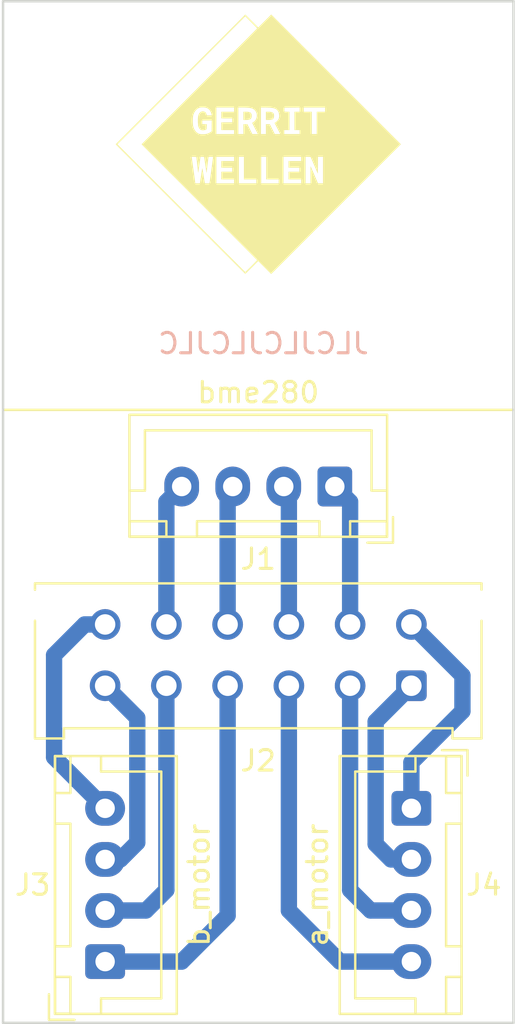
<source format=kicad_pcb>
(kicad_pcb (version 20171130) (host pcbnew "(5.1.9)-1")

  (general
    (thickness 1.6)
    (drawings 7)
    (tracks 36)
    (zones 0)
    (modules 7)
    (nets 13)
  )

  (page A4)
  (layers
    (0 F.Cu signal)
    (31 B.Cu signal)
    (32 B.Adhes user)
    (33 F.Adhes user)
    (34 B.Paste user)
    (35 F.Paste user)
    (36 B.SilkS user)
    (37 F.SilkS user)
    (38 B.Mask user)
    (39 F.Mask user)
    (40 Dwgs.User user)
    (41 Cmts.User user)
    (42 Eco1.User user)
    (43 Eco2.User user)
    (44 Edge.Cuts user)
    (45 Margin user)
    (46 B.CrtYd user)
    (47 F.CrtYd user)
    (48 B.Fab user)
    (49 F.Fab user)
  )

  (setup
    (last_trace_width 0.25)
    (user_trace_width 0.8)
    (trace_clearance 0.2)
    (zone_clearance 0.508)
    (zone_45_only no)
    (trace_min 0.2)
    (via_size 0.8)
    (via_drill 0.4)
    (via_min_size 0.4)
    (via_min_drill 0.3)
    (uvia_size 0.3)
    (uvia_drill 0.1)
    (uvias_allowed no)
    (uvia_min_size 0.2)
    (uvia_min_drill 0.1)
    (edge_width 0.12)
    (segment_width 0.12)
    (pcb_text_width 0.3)
    (pcb_text_size 1.5 1.5)
    (mod_edge_width 0.12)
    (mod_text_size 1 1)
    (mod_text_width 0.15)
    (pad_size 1.524 1.524)
    (pad_drill 0.762)
    (pad_to_mask_clearance 0)
    (aux_axis_origin 0 0)
    (visible_elements 7FFFFFFF)
    (pcbplotparams
      (layerselection 0x010fc_ffffffff)
      (usegerberextensions false)
      (usegerberattributes true)
      (usegerberadvancedattributes true)
      (creategerberjobfile true)
      (excludeedgelayer true)
      (linewidth 0.100000)
      (plotframeref false)
      (viasonmask false)
      (mode 1)
      (useauxorigin false)
      (hpglpennumber 1)
      (hpglpenspeed 20)
      (hpglpendiameter 15.000000)
      (psnegative false)
      (psa4output false)
      (plotreference true)
      (plotvalue true)
      (plotinvisibletext false)
      (padsonsilk false)
      (subtractmaskfromsilk false)
      (outputformat 1)
      (mirror false)
      (drillshape 0)
      (scaleselection 1)
      (outputdirectory "../../Production/back/"))
  )

  (net 0 "")
  (net 1 "Net-(J1-Pad4)")
  (net 2 "Net-(J1-Pad3)")
  (net 3 "Net-(J1-Pad2)")
  (net 4 "Net-(J1-Pad1)")
  (net 5 "Net-(J2-Pad4)")
  (net 6 "Net-(J2-Pad3)")
  (net 7 "Net-(J2-Pad2)")
  (net 8 "Net-(J2-Pad1)")
  (net 9 "Net-(J2-Pad12)")
  (net 10 "Net-(J2-Pad7)")
  (net 11 "Net-(J2-Pad6)")
  (net 12 "Net-(J2-Pad5)")

  (net_class Default "This is the default net class."
    (clearance 0.2)
    (trace_width 0.25)
    (via_dia 0.8)
    (via_drill 0.4)
    (uvia_dia 0.3)
    (uvia_drill 0.1)
    (add_net "Net-(J1-Pad1)")
    (add_net "Net-(J1-Pad2)")
    (add_net "Net-(J1-Pad3)")
    (add_net "Net-(J1-Pad4)")
    (add_net "Net-(J2-Pad1)")
    (add_net "Net-(J2-Pad12)")
    (add_net "Net-(J2-Pad2)")
    (add_net "Net-(J2-Pad3)")
    (add_net "Net-(J2-Pad4)")
    (add_net "Net-(J2-Pad5)")
    (add_net "Net-(J2-Pad6)")
    (add_net "Net-(J2-Pad7)")
  )

  (module Logo_footprint:logo_14mm (layer F.Cu) (tedit 0) (tstamp 6041295E)
    (at 98.5 32)
    (fp_text reference G*** (at 0 0) (layer F.SilkS) hide
      (effects (font (size 1.524 1.524) (thickness 0.3)))
    )
    (fp_text value LOGO (at 0.75 0) (layer F.SilkS) hide
      (effects (font (size 1.524 1.524) (thickness 0.3)))
    )
    (fp_poly (pts (xy 3.806867 -3.171776) (xy 6.978643 -0.000001) (xy 3.806867 3.171775) (xy 0.635092 6.343551)
      (xy 0.317546 6.026196) (xy 0 5.70884) (xy -0.314419 6.02307) (xy -0.387806 6.09624)
      (xy -0.45547 6.163373) (xy -0.515331 6.22243) (xy -0.565309 6.271374) (xy -0.603324 6.308165)
      (xy -0.627296 6.330766) (xy -0.635103 6.3373) (xy -0.644449 6.328424) (xy -0.671109 6.302224)
      (xy -0.714442 6.25934) (xy -0.773808 6.200413) (xy -0.848564 6.126082) (xy -0.938068 6.036988)
      (xy -1.04168 5.933771) (xy -1.158758 5.817071) (xy -1.288661 5.687529) (xy -1.430746 5.545785)
      (xy -1.584372 5.392478) (xy -1.748898 5.228251) (xy -1.923682 5.053742) (xy -2.108083 4.869592)
      (xy -2.301459 4.676441) (xy -2.503168 4.474929) (xy -2.71257 4.265697) (xy -2.929022 4.049386)
      (xy -3.151883 3.826634) (xy -3.380512 3.598083) (xy -3.614267 3.364373) (xy -3.810004 3.168646)
      (xy -6.978638 -0.000007) (xy -6.902438 -0.000007) (xy -3.771904 3.130546) (xy -3.535857 3.366577)
      (xy -3.304412 3.597971) (xy -3.078214 3.824084) (xy -2.857909 4.044273) (xy -2.644141 4.257893)
      (xy -2.437557 4.464301) (xy -2.238802 4.662851) (xy -2.048521 4.8529) (xy -1.867359 5.033804)
      (xy -1.695963 5.204919) (xy -1.534977 5.365599) (xy -1.385048 5.515202) (xy -1.246819 5.653083)
      (xy -1.120938 5.778598) (xy -1.008048 5.891103) (xy -0.908797 5.989953) (xy -0.823828 6.074505)
      (xy -0.753789 6.144114) (xy -0.699323 6.198136) (xy -0.661076 6.235927) (xy -0.639695 6.256843)
      (xy -0.635112 6.2611) (xy -0.624943 6.252455) (xy -0.599026 6.22794) (xy -0.559533 6.189681)
      (xy -0.508639 6.139803) (xy -0.448518 6.080435) (xy -0.381344 6.013702) (xy -0.339827 5.972278)
      (xy -0.269649 5.901767) (xy -0.20562 5.836695) (xy -0.149876 5.779291) (xy -0.104552 5.731785)
      (xy -0.071785 5.696406) (xy -0.05371 5.675383) (xy -0.0508 5.670664) (xy -0.059672 5.660778)
      (xy -0.085836 5.633621) (xy -0.128613 5.589875) (xy -0.187325 5.53022) (xy -0.261296 5.455337)
      (xy -0.349847 5.365908) (xy -0.452299 5.262613) (xy -0.567976 5.146133) (xy -0.696199 5.01715)
      (xy -0.83629 4.876343) (xy -0.987572 4.724395) (xy -1.149367 4.561986) (xy -1.320996 4.389797)
      (xy -1.501782 4.20851) (xy -1.691046 4.018804) (xy -1.888112 3.821361) (xy -2.092301 3.616863)
      (xy -2.302934 3.405989) (xy -2.519335 3.189421) (xy -2.740826 2.96784) (xy -2.879715 2.828935)
      (xy -5.089985 0.618648) (xy -3.263838 0.618648) (xy -3.26213 0.632819) (xy -3.25725 0.669738)
      (xy -3.249527 0.726996) (xy -3.239291 0.802183) (xy -3.226871 0.892889) (xy -3.212596 0.996705)
      (xy -3.196796 1.111222) (xy -3.1798 1.234029) (xy -3.174938 1.269098) (xy -3.157688 1.393535)
      (xy -3.141542 1.510155) (xy -3.12683 1.616575) (xy -3.113878 1.710416) (xy -3.103015 1.789298)
      (xy -3.094569 1.850839) (xy -3.088868 1.89266) (xy -3.086241 1.912381) (xy -3.0861 1.913623)
      (xy -3.074346 1.91542) (xy -3.042867 1.916812) (xy -2.997334 1.917598) (xy -2.972042 1.9177)
      (xy -2.917736 1.917301) (xy -2.883652 1.915287) (xy -2.864616 1.910434) (xy -2.855453 1.901515)
      (xy -2.851401 1.889125) (xy -2.847805 1.869233) (xy -2.841052 1.827854) (xy -2.83171 1.768628)
      (xy -2.820348 1.695193) (xy -2.807533 1.611187) (xy -2.79465 1.525699) (xy -2.78117 1.436636)
      (xy -2.768728 1.356155) (xy -2.757857 1.287572) (xy -2.749091 1.234204) (xy -2.742965 1.199367)
      (xy -2.740024 1.18639) (xy -2.736991 1.197229) (xy -2.730634 1.230053) (xy -2.721491 1.281742)
      (xy -2.710097 1.349175) (xy -2.696988 1.429233) (xy -2.682701 1.518795) (xy -2.680319 1.533941)
      (xy -2.665756 1.626) (xy -2.652219 1.710203) (xy -2.640266 1.783181) (xy -2.630456 1.84157)
      (xy -2.623347 1.882003) (xy -2.619497 1.901113) (xy -2.619277 1.901825) (xy -2.605746 1.910439)
      (xy -2.571409 1.915623) (xy -2.514239 1.917649) (xy -2.500784 1.9177) (xy -2.446861 1.917291)
      (xy -2.41313 1.915234) (xy -2.394384 1.91028) (xy -2.385419 1.901181) (xy -2.38157 1.889125)
      (xy -2.378318 1.869903) (xy -2.37216 1.828823) (xy -2.363505 1.768887) (xy -2.352764 1.693098)
      (xy -2.340347 1.60446) (xy -2.326665 1.505975) (xy -2.312128 1.400647) (xy -2.297146 1.291478)
      (xy -2.282129 1.181473) (xy -2.267489 1.073633) (xy -2.253635 0.970963) (xy -2.240977 0.876465)
      (xy -2.229926 0.793142) (xy -2.220893 0.723998) (xy -2.214287 0.672036) (xy -2.210518 0.640258)
      (xy -2.209785 0.631825) (xy -2.212645 0.621133) (xy -2.224365 0.614506) (xy -2.249684 0.61101)
      (xy -2.293341 0.609714) (xy -2.322724 0.6096) (xy -2.0574 0.6096) (xy -2.0574 1.9177)
      (xy -1.1811 1.9177) (xy -1.1811 1.7145) (xy -1.8034 1.7145) (xy -1.8034 1.3462)
      (xy -1.27 1.3462) (xy -1.27 1.143) (xy -1.8034 1.143) (xy -1.8034 0.8255)
      (xy -1.1811 0.8255) (xy -1.1811 0.6096) (xy -0.9525 0.6096) (xy -0.9525 1.9177)
      (xy -0.0889 1.9177) (xy -0.0889 1.7145) (xy -0.6985 1.7145) (xy -0.6985 0.6096)
      (xy 0.1397 0.6096) (xy 0.1397 1.9177) (xy 1.0033 1.9177) (xy 1.0033 1.7145)
      (xy 0.3937 1.7145) (xy 0.3937 0.6096) (xy 1.2319 0.6096) (xy 1.2319 1.9177)
      (xy 2.1082 1.9177) (xy 2.3114 1.9177) (xy 2.5654 1.9177) (xy 2.565499 1.501775)
      (xy 2.565599 1.08585) (xy 2.743289 1.4986) (xy 2.784434 1.59426) (xy 2.822212 1.682258)
      (xy 2.85549 1.75994) (xy 2.883135 1.824656) (xy 2.904014 1.873755) (xy 2.916995 1.904584)
      (xy 2.920989 1.914525) (xy 2.932797 1.915857) (xy 2.964628 1.916915) (xy 3.011104 1.917562)
      (xy 3.048 1.9177) (xy 3.175 1.9177) (xy 3.175 0.6096) (xy 2.921351 0.6096)
      (xy 2.918 1.016013) (xy 2.91465 1.422427) (xy 2.740798 1.019188) (xy 2.566947 0.61595)
      (xy 2.439173 0.61233) (xy 2.3114 0.608711) (xy 2.3114 1.9177) (xy 2.1082 1.9177)
      (xy 2.1082 1.7145) (xy 1.4859 1.7145) (xy 1.4859 1.3462) (xy 2.0193 1.3462)
      (xy 2.0193 1.143) (xy 1.4859 1.143) (xy 1.4859 0.8255) (xy 2.1082 0.8255)
      (xy 2.1082 0.6096) (xy 1.2319 0.6096) (xy 0.3937 0.6096) (xy 0.1397 0.6096)
      (xy -0.6985 0.6096) (xy -0.9525 0.6096) (xy -1.1811 0.6096) (xy -2.0574 0.6096)
      (xy -2.322724 0.6096) (xy -2.376714 0.610007) (xy -2.410511 0.61206) (xy -2.429321 0.617002)
      (xy -2.438347 0.626078) (xy -2.442261 0.638175) (xy -2.445425 0.657883) (xy -2.451068 0.69931)
      (xy -2.458746 0.758943) (xy -2.468016 0.833271) (xy -2.478435 0.918781) (xy -2.489558 1.011959)
      (xy -2.491156 1.025499) (xy -2.533437 1.384249) (xy -2.590694 1.000099) (xy -2.64795 0.61595)
      (xy -2.739166 0.612235) (xy -2.830382 0.608521) (xy -2.838511 0.663035) (xy -2.842502 0.690346)
      (xy -2.849489 0.738748) (xy -2.858891 0.804185) (xy -2.870125 0.882603) (xy -2.882611 0.969945)
      (xy -2.893583 1.046851) (xy -2.940526 1.376152) (xy -3.02895 0.61595) (xy -3.146425 0.612298)
      (xy -3.197485 0.611711) (xy -3.237319 0.613158) (xy -3.26035 0.616336) (xy -3.263838 0.618648)
      (xy -5.089985 0.618648) (xy -5.708629 0) (xy -4.520394 -1.188245) (xy -3.211627 -1.188245)
      (xy -3.211017 -1.088715) (xy -3.206184 -0.994127) (xy -3.197219 -0.913702) (xy -3.195125 -0.90117)
      (xy -3.16484 -0.790757) (xy -3.116687 -0.692705) (xy -3.052833 -0.609942) (xy -2.975444 -0.545395)
      (xy -2.904465 -0.508531) (xy -2.846345 -0.493493) (xy -2.771766 -0.485705) (xy -2.688554 -0.484965)
      (xy -2.604532 -0.49107) (xy -2.527523 -0.503817) (xy -2.473463 -0.519708) (xy -2.420476 -0.543503)
      (xy -2.365867 -0.573136) (xy -2.340113 -0.589478) (xy -2.27965 -0.631133) (xy -2.276223 -0.899767)
      (xy -2.272795 -1.1684) (xy -2.7432 -1.1684) (xy -2.7432 -0.9779) (xy -2.526381 -0.9779)
      (xy -2.530016 -0.854215) (xy -2.531931 -0.797368) (xy -2.534699 -0.760512) (xy -2.539905 -0.738249)
      (xy -2.549134 -0.72518) (xy -2.563972 -0.715907) (xy -2.57175 -0.712091) (xy -2.617062 -0.697586)
      (xy -2.673987 -0.689332) (xy -2.731982 -0.687974) (xy -2.780504 -0.694152) (xy -2.794088 -0.698537)
      (xy -2.844652 -0.731916) (xy -2.888924 -0.785033) (xy -2.922571 -0.852301) (xy -2.929579 -0.873182)
      (xy -2.939402 -0.921667) (xy -2.946579 -0.98878) (xy -2.951034 -1.067877) (xy -2.952689 -1.152317)
      (xy -2.951469 -1.235455) (xy -2.947295 -1.310651) (xy -2.940093 -1.371261) (xy -2.935584 -1.393039)
      (xy -2.905449 -1.476618) (xy -2.863328 -1.541016) (xy -2.810983 -1.58485) (xy -2.750179 -1.606737)
      (xy -2.68268 -1.605295) (xy -2.668776 -1.602149) (xy -2.608563 -1.576069) (xy -2.565635 -1.532498)
      (xy -2.538022 -1.469397) (xy -2.537021 -1.46574) (xy -2.522032 -1.4097) (xy -2.27215 -1.4097)
      (xy -2.280928 -1.457325) (xy -2.310741 -1.56126) (xy -2.358408 -1.64939) (xy -2.422758 -1.719776)
      (xy -2.45336 -1.742833) (xy -2.507818 -1.774017) (xy -2.565261 -1.794429) (xy -2.618661 -1.8034)
      (xy -2.0574 -1.8034) (xy -2.0574 -0.4953) (xy -1.1811 -0.4953) (xy -1.1811 -0.6985)
      (xy -1.8034 -0.6985) (xy -1.8034 -1.0668) (xy -1.27 -1.0668) (xy -1.27 -1.27)
      (xy -1.8034 -1.27) (xy -1.8034 -1.5875) (xy -1.1811 -1.5875) (xy -1.1811 -1.8034)
      (xy -0.9779 -1.8034) (xy -0.9779 -0.4953) (xy -0.7239 -0.4953) (xy -0.7239 -0.9779)
      (xy -0.533528 -0.9779) (xy -0.41275 -0.7366) (xy -0.291973 -0.4953) (xy -0.011053 -0.4953)
      (xy -0.152842 -0.769203) (xy -0.191976 -0.845267) (xy -0.226609 -0.913484) (xy -0.255205 -0.970748)
      (xy -0.276224 -1.013957) (xy -0.28813 -1.040006) (xy -0.29019 -1.046397) (xy -0.277553 -1.054376)
      (xy -0.251016 -1.070554) (xy -0.238344 -1.078196) (xy -0.168497 -1.134146) (xy -0.11575 -1.205022)
      (xy -0.080762 -1.286389) (xy -0.06419 -1.373813) (xy -0.066692 -1.46286) (xy -0.088927 -1.549095)
      (xy -0.131551 -1.628085) (xy -0.1528 -1.65479) (xy -0.195091 -1.696323) (xy -0.243346 -1.729882)
      (xy -0.300462 -1.756172) (xy -0.369334 -1.775896) (xy -0.452857 -1.789756) (xy -0.553929 -1.798456)
      (xy -0.675444 -1.802699) (xy -0.764842 -1.8034) (xy 0.127 -1.8034) (xy 0.127 -0.4953)
      (xy 0.381 -0.4953) (xy 0.381 -0.9779) (xy 0.565684 -0.9779) (xy 0.6858 -0.7366)
      (xy 0.805915 -0.4953) (xy 0.942707 -0.4953) (xy 0.99821 -0.495935) (xy 1.042888 -0.497654)
      (xy 1.071562 -0.500179) (xy 1.0795 -0.502635) (xy 1.073884 -0.515504) (xy 1.058124 -0.547662)
      (xy 1.033847 -0.595893) (xy 1.002679 -0.656979) (xy 0.981291 -0.6985) (xy 1.27 -0.6985)
      (xy 1.27 -0.4953) (xy 2.032 -0.4953) (xy 2.032 -0.6985) (xy 1.778 -0.6985)
      (xy 1.778 -1.5875) (xy 2.032 -1.5875) (xy 2.032 -1.8034) (xy 2.2225 -1.8034)
      (xy 2.2225 -1.5875) (xy 2.6162 -1.5875) (xy 2.6162 -0.4953) (xy 2.8702 -0.4953)
      (xy 2.8702 -1.5875) (xy 3.2766 -1.5875) (xy 3.2766 -1.8034) (xy 2.2225 -1.8034)
      (xy 2.032 -1.8034) (xy 2.032 -1.803778) (xy 1.27635 -1.79705) (xy 1.27635 -1.59385)
      (xy 1.400175 -1.590216) (xy 1.524 -1.586581) (xy 1.524 -0.6985) (xy 1.27 -0.6985)
      (xy 0.981291 -0.6985) (xy 0.966248 -0.727702) (xy 0.94149 -0.775446) (xy 0.803481 -1.040923)
      (xy 0.865829 -1.080931) (xy 0.934164 -1.138421) (xy 0.98731 -1.210976) (xy 1.016058 -1.277888)
      (xy 1.026967 -1.341095) (xy 1.02793 -1.416103) (xy 1.019771 -1.492763) (xy 1.003314 -1.560926)
      (xy 0.990581 -1.591995) (xy 0.956276 -1.647408) (xy 0.913118 -1.693063) (xy 0.858813 -1.729699)
      (xy 0.791072 -1.758053) (xy 0.707601 -1.778862) (xy 0.606109 -1.792864) (xy 0.484305 -1.800796)
      (xy 0.339896 -1.803397) (xy 0.333708 -1.8034) (xy 0.127 -1.8034) (xy -0.764842 -1.8034)
      (xy -0.9779 -1.8034) (xy -1.1811 -1.8034) (xy -2.0574 -1.8034) (xy -2.618661 -1.8034)
      (xy -2.632632 -1.805747) (xy -2.716876 -1.809644) (xy -2.7305 -1.809693) (xy -2.791187 -1.808748)
      (xy -2.834987 -1.80495) (xy -2.870378 -1.79675) (xy -2.90584 -1.782599) (xy -2.922582 -1.774614)
      (xy -3.005968 -1.720189) (xy -3.078496 -1.645893) (xy -3.137293 -1.555968) (xy -3.179488 -1.454655)
      (xy -3.199801 -1.36525) (xy -3.207919 -1.283497) (xy -3.211627 -1.188245) (xy -4.520394 -1.188245)
      (xy -2.879715 -2.828936) (xy -2.655423 -3.05327) (xy -2.435802 -3.273011) (xy -2.22153 -3.487478)
      (xy -2.013285 -3.69599) (xy -1.811745 -3.897866) (xy -1.617587 -4.092426) (xy -1.43149 -4.278987)
      (xy -1.254132 -4.45687) (xy -1.08619 -4.625393) (xy -0.928343 -4.783875) (xy -0.781267 -4.931636)
      (xy -0.645642 -5.067994) (xy -0.522145 -5.192268) (xy -0.411454 -5.303777) (xy -0.314246 -5.401841)
      (xy -0.231201 -5.485779) (xy -0.162995 -5.554909) (xy -0.110306 -5.60855) (xy -0.073813 -5.646022)
      (xy -0.054194 -5.666643) (xy -0.0508 -5.670665) (xy -0.059474 -5.682422) (xy -0.084077 -5.709829)
      (xy -0.122486 -5.75067) (xy -0.172576 -5.80273) (xy -0.232222 -5.863791) (xy -0.299301 -5.931638)
      (xy -0.342951 -5.975401) (xy -0.635101 -6.267344) (xy -3.768769 -3.133675) (xy -6.902438 -0.000007)
      (xy -6.978638 -0.000007) (xy -3.806865 -3.171779) (xy -0.635093 -6.343552) (xy -0.317547 -6.026197)
      (xy 0 -5.708841) (xy 0.317546 -6.026197) (xy 0.635092 -6.343552) (xy 3.806867 -3.171776)) (layer F.SilkS) (width 0.01))
    (fp_poly (pts (xy -0.593725 -1.587481) (xy -0.501407 -1.583084) (xy -0.430942 -1.56887) (xy -0.380157 -1.543254)
      (xy -0.346877 -1.504652) (xy -0.328927 -1.451478) (xy -0.324085 -1.391008) (xy -0.329958 -1.323509)
      (xy -0.349436 -1.271942) (xy -0.384645 -1.23475) (xy -0.437714 -1.210379) (xy -0.510768 -1.197272)
      (xy -0.593725 -1.19382) (xy -0.7239 -1.1938) (xy -0.7239 -1.5875) (xy -0.593725 -1.587481)) (layer F.SilkS) (width 0.01))
    (fp_poly (pts (xy 0.580469 -1.584951) (xy 0.639436 -1.576212) (xy 0.684505 -1.559645) (xy 0.721221 -1.533615)
      (xy 0.7366 -1.518264) (xy 0.753653 -1.496507) (xy 0.76328 -1.472386) (xy 0.767501 -1.437914)
      (xy 0.76835 -1.392802) (xy 0.763331 -1.324267) (xy 0.746597 -1.27244) (xy 0.715632 -1.235401)
      (xy 0.66792 -1.211229) (xy 0.600944 -1.198005) (xy 0.512189 -1.193808) (xy 0.507569 -1.1938)
      (xy 0.381 -1.1938) (xy 0.381 -1.5875) (xy 0.502057 -1.5875) (xy 0.580469 -1.584951)) (layer F.SilkS) (width 0.01))
  )

  (module Connector_JST:JST_XH_B4B-XH-A_1x04_P2.50mm_Vertical (layer F.Cu) (tedit 5C28146C) (tstamp 6032E603)
    (at 106 64.5 270)
    (descr "JST XH series connector, B4B-XH-A (http://www.jst-mfg.com/product/pdf/eng/eXH.pdf), generated with kicad-footprint-generator")
    (tags "connector JST XH vertical")
    (path /603394FE)
    (fp_text reference J4 (at 3.75 -3.55 180) (layer F.SilkS)
      (effects (font (size 1 1) (thickness 0.15)))
    )
    (fp_text value a_motor (at 3.75 4.6 90) (layer F.SilkS)
      (effects (font (size 1 1) (thickness 0.15)))
    )
    (fp_line (start -2.85 -2.75) (end -2.85 -1.5) (layer F.SilkS) (width 0.12))
    (fp_line (start -1.6 -2.75) (end -2.85 -2.75) (layer F.SilkS) (width 0.12))
    (fp_line (start 9.3 2.75) (end 3.75 2.75) (layer F.SilkS) (width 0.12))
    (fp_line (start 9.3 -0.2) (end 9.3 2.75) (layer F.SilkS) (width 0.12))
    (fp_line (start 10.05 -0.2) (end 9.3 -0.2) (layer F.SilkS) (width 0.12))
    (fp_line (start -1.8 2.75) (end 3.75 2.75) (layer F.SilkS) (width 0.12))
    (fp_line (start -1.8 -0.2) (end -1.8 2.75) (layer F.SilkS) (width 0.12))
    (fp_line (start -2.55 -0.2) (end -1.8 -0.2) (layer F.SilkS) (width 0.12))
    (fp_line (start 10.05 -2.45) (end 8.25 -2.45) (layer F.SilkS) (width 0.12))
    (fp_line (start 10.05 -1.7) (end 10.05 -2.45) (layer F.SilkS) (width 0.12))
    (fp_line (start 8.25 -1.7) (end 10.05 -1.7) (layer F.SilkS) (width 0.12))
    (fp_line (start 8.25 -2.45) (end 8.25 -1.7) (layer F.SilkS) (width 0.12))
    (fp_line (start -0.75 -2.45) (end -2.55 -2.45) (layer F.SilkS) (width 0.12))
    (fp_line (start -0.75 -1.7) (end -0.75 -2.45) (layer F.SilkS) (width 0.12))
    (fp_line (start -2.55 -1.7) (end -0.75 -1.7) (layer F.SilkS) (width 0.12))
    (fp_line (start -2.55 -2.45) (end -2.55 -1.7) (layer F.SilkS) (width 0.12))
    (fp_line (start 6.75 -2.45) (end 0.75 -2.45) (layer F.SilkS) (width 0.12))
    (fp_line (start 6.75 -1.7) (end 6.75 -2.45) (layer F.SilkS) (width 0.12))
    (fp_line (start 0.75 -1.7) (end 6.75 -1.7) (layer F.SilkS) (width 0.12))
    (fp_line (start 0.75 -2.45) (end 0.75 -1.7) (layer F.SilkS) (width 0.12))
    (fp_line (start 0 -1.35) (end 0.625 -2.35) (layer F.Fab) (width 0.1))
    (fp_line (start -0.625 -2.35) (end 0 -1.35) (layer F.Fab) (width 0.1))
    (fp_line (start 10.45 -2.85) (end -2.95 -2.85) (layer F.CrtYd) (width 0.05))
    (fp_line (start 10.45 3.9) (end 10.45 -2.85) (layer F.CrtYd) (width 0.05))
    (fp_line (start -2.95 3.9) (end 10.45 3.9) (layer F.CrtYd) (width 0.05))
    (fp_line (start -2.95 -2.85) (end -2.95 3.9) (layer F.CrtYd) (width 0.05))
    (fp_line (start 10.06 -2.46) (end -2.56 -2.46) (layer F.SilkS) (width 0.12))
    (fp_line (start 10.06 3.51) (end 10.06 -2.46) (layer F.SilkS) (width 0.12))
    (fp_line (start -2.56 3.51) (end 10.06 3.51) (layer F.SilkS) (width 0.12))
    (fp_line (start -2.56 -2.46) (end -2.56 3.51) (layer F.SilkS) (width 0.12))
    (fp_line (start 9.95 -2.35) (end -2.45 -2.35) (layer F.Fab) (width 0.1))
    (fp_line (start 9.95 3.4) (end 9.95 -2.35) (layer F.Fab) (width 0.1))
    (fp_line (start -2.45 3.4) (end 9.95 3.4) (layer F.Fab) (width 0.1))
    (fp_line (start -2.45 -2.35) (end -2.45 3.4) (layer F.Fab) (width 0.1))
    (fp_text user %R (at 3.75 2.7 90) (layer F.Fab)
      (effects (font (size 1 1) (thickness 0.15)))
    )
    (pad 4 thru_hole oval (at 7.5 0 270) (size 1.7 1.95) (drill 0.95) (layers *.Cu *.Mask)
      (net 6 "Net-(J2-Pad3)"))
    (pad 3 thru_hole oval (at 5 0 270) (size 1.7 1.95) (drill 0.95) (layers *.Cu *.Mask)
      (net 7 "Net-(J2-Pad2)"))
    (pad 2 thru_hole oval (at 2.5 0 270) (size 1.7 1.95) (drill 0.95) (layers *.Cu *.Mask)
      (net 8 "Net-(J2-Pad1)"))
    (pad 1 thru_hole roundrect (at 0 0 270) (size 1.7 1.95) (drill 0.95) (layers *.Cu *.Mask) (roundrect_rratio 0.1470588235294118)
      (net 10 "Net-(J2-Pad7)"))
    (model ${KISYS3DMOD}/Connector_JST.3dshapes/JST_XH_B4B-XH-A_1x04_P2.50mm_Vertical.wrl
      (at (xyz 0 0 0))
      (scale (xyz 1 1 1))
      (rotate (xyz 0 0 0))
    )
  )

  (module Connector_JST:JST_XH_B4B-XH-A_1x04_P2.50mm_Vertical (layer F.Cu) (tedit 5C28146C) (tstamp 6032E5D8)
    (at 91 72 90)
    (descr "JST XH series connector, B4B-XH-A (http://www.jst-mfg.com/product/pdf/eng/eXH.pdf), generated with kicad-footprint-generator")
    (tags "connector JST XH vertical")
    (path /6033945F)
    (fp_text reference J3 (at 3.75 -3.55 180) (layer F.SilkS)
      (effects (font (size 1 1) (thickness 0.15)))
    )
    (fp_text value b_motor (at 3.75 4.6 90) (layer F.SilkS)
      (effects (font (size 1 1) (thickness 0.15)))
    )
    (fp_line (start -2.85 -2.75) (end -2.85 -1.5) (layer F.SilkS) (width 0.12))
    (fp_line (start -1.6 -2.75) (end -2.85 -2.75) (layer F.SilkS) (width 0.12))
    (fp_line (start 9.3 2.75) (end 3.75 2.75) (layer F.SilkS) (width 0.12))
    (fp_line (start 9.3 -0.2) (end 9.3 2.75) (layer F.SilkS) (width 0.12))
    (fp_line (start 10.05 -0.2) (end 9.3 -0.2) (layer F.SilkS) (width 0.12))
    (fp_line (start -1.8 2.75) (end 3.75 2.75) (layer F.SilkS) (width 0.12))
    (fp_line (start -1.8 -0.2) (end -1.8 2.75) (layer F.SilkS) (width 0.12))
    (fp_line (start -2.55 -0.2) (end -1.8 -0.2) (layer F.SilkS) (width 0.12))
    (fp_line (start 10.05 -2.45) (end 8.25 -2.45) (layer F.SilkS) (width 0.12))
    (fp_line (start 10.05 -1.7) (end 10.05 -2.45) (layer F.SilkS) (width 0.12))
    (fp_line (start 8.25 -1.7) (end 10.05 -1.7) (layer F.SilkS) (width 0.12))
    (fp_line (start 8.25 -2.45) (end 8.25 -1.7) (layer F.SilkS) (width 0.12))
    (fp_line (start -0.75 -2.45) (end -2.55 -2.45) (layer F.SilkS) (width 0.12))
    (fp_line (start -0.75 -1.7) (end -0.75 -2.45) (layer F.SilkS) (width 0.12))
    (fp_line (start -2.55 -1.7) (end -0.75 -1.7) (layer F.SilkS) (width 0.12))
    (fp_line (start -2.55 -2.45) (end -2.55 -1.7) (layer F.SilkS) (width 0.12))
    (fp_line (start 6.75 -2.45) (end 0.75 -2.45) (layer F.SilkS) (width 0.12))
    (fp_line (start 6.75 -1.7) (end 6.75 -2.45) (layer F.SilkS) (width 0.12))
    (fp_line (start 0.75 -1.7) (end 6.75 -1.7) (layer F.SilkS) (width 0.12))
    (fp_line (start 0.75 -2.45) (end 0.75 -1.7) (layer F.SilkS) (width 0.12))
    (fp_line (start 0 -1.35) (end 0.625 -2.35) (layer F.Fab) (width 0.1))
    (fp_line (start -0.625 -2.35) (end 0 -1.35) (layer F.Fab) (width 0.1))
    (fp_line (start 10.45 -2.85) (end -2.95 -2.85) (layer F.CrtYd) (width 0.05))
    (fp_line (start 10.45 3.9) (end 10.45 -2.85) (layer F.CrtYd) (width 0.05))
    (fp_line (start -2.95 3.9) (end 10.45 3.9) (layer F.CrtYd) (width 0.05))
    (fp_line (start -2.95 -2.85) (end -2.95 3.9) (layer F.CrtYd) (width 0.05))
    (fp_line (start 10.06 -2.46) (end -2.56 -2.46) (layer F.SilkS) (width 0.12))
    (fp_line (start 10.06 3.51) (end 10.06 -2.46) (layer F.SilkS) (width 0.12))
    (fp_line (start -2.56 3.51) (end 10.06 3.51) (layer F.SilkS) (width 0.12))
    (fp_line (start -2.56 -2.46) (end -2.56 3.51) (layer F.SilkS) (width 0.12))
    (fp_line (start 9.95 -2.35) (end -2.45 -2.35) (layer F.Fab) (width 0.1))
    (fp_line (start 9.95 3.4) (end 9.95 -2.35) (layer F.Fab) (width 0.1))
    (fp_line (start -2.45 3.4) (end 9.95 3.4) (layer F.Fab) (width 0.1))
    (fp_line (start -2.45 -2.35) (end -2.45 3.4) (layer F.Fab) (width 0.1))
    (fp_text user %R (at 3.75 2.7 90) (layer F.Fab)
      (effects (font (size 1 1) (thickness 0.15)))
    )
    (pad 4 thru_hole oval (at 7.5 0 90) (size 1.7 1.95) (drill 0.95) (layers *.Cu *.Mask)
      (net 9 "Net-(J2-Pad12)"))
    (pad 3 thru_hole oval (at 5 0 90) (size 1.7 1.95) (drill 0.95) (layers *.Cu *.Mask)
      (net 11 "Net-(J2-Pad6)"))
    (pad 2 thru_hole oval (at 2.5 0 90) (size 1.7 1.95) (drill 0.95) (layers *.Cu *.Mask)
      (net 12 "Net-(J2-Pad5)"))
    (pad 1 thru_hole roundrect (at 0 0 90) (size 1.7 1.95) (drill 0.95) (layers *.Cu *.Mask) (roundrect_rratio 0.1470588235294118)
      (net 5 "Net-(J2-Pad4)"))
    (model ${KISYS3DMOD}/Connector_JST.3dshapes/JST_XH_B4B-XH-A_1x04_P2.50mm_Vertical.wrl
      (at (xyz 0 0 0))
      (scale (xyz 1 1 1))
      (rotate (xyz 0 0 0))
    )
  )

  (module Connector_Molex:Molex_Micro-Fit_3.0_43045-1212_2x06_P3.00mm_Vertical (layer F.Cu) (tedit 5B78138F) (tstamp 6032E4C9)
    (at 106 58.5 180)
    (descr "Molex Micro-Fit 3.0 Connector System, 43045-1212 (compatible alternatives: 43045-1213, 43045-1224), 6 Pins per row (http://www.molex.com/pdm_docs/sd/430450212_sd.pdf), generated with kicad-footprint-generator")
    (tags "connector Molex Micro-Fit_3.0 side entry")
    (path /6032AC6E)
    (fp_text reference J2 (at 7.5 -3.67) (layer F.SilkS)
      (effects (font (size 1 1) (thickness 0.15)))
    )
    (fp_text value Conn_02x06_Top_Bottom (at 7.5 7.5) (layer F.Fab)
      (effects (font (size 1 1) (thickness 0.15)))
    )
    (fp_line (start -3.82 6.8) (end -3.82 -2.97) (layer F.CrtYd) (width 0.05))
    (fp_line (start 18.82 6.8) (end -3.82 6.8) (layer F.CrtYd) (width 0.05))
    (fp_line (start 18.82 -2.97) (end 18.82 6.8) (layer F.CrtYd) (width 0.05))
    (fp_line (start -3.82 -2.97) (end 18.82 -2.97) (layer F.CrtYd) (width 0.05))
    (fp_line (start 18.435 -2.58) (end 18.435 3.18) (layer F.SilkS) (width 0.12))
    (fp_line (start 17.015 -2.58) (end 18.435 -2.58) (layer F.SilkS) (width 0.12))
    (fp_line (start 17.015 -2.08) (end 17.015 -2.58) (layer F.SilkS) (width 0.12))
    (fp_line (start -2.015 -2.08) (end 17.015 -2.08) (layer F.SilkS) (width 0.12))
    (fp_line (start -2.015 -2.58) (end -2.015 -2.08) (layer F.SilkS) (width 0.12))
    (fp_line (start -3.435 -2.58) (end -2.015 -2.58) (layer F.SilkS) (width 0.12))
    (fp_line (start -3.435 3.18) (end -3.435 -2.58) (layer F.SilkS) (width 0.12))
    (fp_line (start 18.435 5.01) (end 18.435 4.7) (layer F.SilkS) (width 0.12))
    (fp_line (start -3.435 5.01) (end 18.435 5.01) (layer F.SilkS) (width 0.12))
    (fp_line (start -3.435 4.7) (end -3.435 5.01) (layer F.SilkS) (width 0.12))
    (fp_line (start 0 -1.262893) (end 0.5 -1.97) (layer F.Fab) (width 0.1))
    (fp_line (start -0.5 -1.97) (end 0 -1.262893) (layer F.Fab) (width 0.1))
    (fp_line (start 8.2 6.3) (end 8.2 4.9) (layer F.Fab) (width 0.1))
    (fp_line (start 6.8 6.3) (end 8.2 6.3) (layer F.Fab) (width 0.1))
    (fp_line (start 6.8 4.9) (end 6.8 6.3) (layer F.Fab) (width 0.1))
    (fp_line (start 18.325 -1.34) (end 17.125 -1.97) (layer F.Fab) (width 0.1))
    (fp_line (start -3.325 -1.34) (end -2.125 -1.97) (layer F.Fab) (width 0.1))
    (fp_line (start 17.125 -1.97) (end -2.125 -1.97) (layer F.Fab) (width 0.1))
    (fp_line (start 17.125 -2.47) (end 17.125 -1.97) (layer F.Fab) (width 0.1))
    (fp_line (start 18.325 -2.47) (end 17.125 -2.47) (layer F.Fab) (width 0.1))
    (fp_line (start 18.325 4.9) (end 18.325 -2.47) (layer F.Fab) (width 0.1))
    (fp_line (start -3.325 4.9) (end 18.325 4.9) (layer F.Fab) (width 0.1))
    (fp_line (start -3.325 -2.47) (end -3.325 4.9) (layer F.Fab) (width 0.1))
    (fp_line (start -2.125 -2.47) (end -3.325 -2.47) (layer F.Fab) (width 0.1))
    (fp_line (start -2.125 -1.97) (end -2.125 -2.47) (layer F.Fab) (width 0.1))
    (fp_text user %R (at 7.5 4.2) (layer F.Fab)
      (effects (font (size 1 1) (thickness 0.15)))
    )
    (pad 12 thru_hole circle (at 15 3 180) (size 1.5 1.5) (drill 1) (layers *.Cu *.Mask)
      (net 9 "Net-(J2-Pad12)"))
    (pad 11 thru_hole circle (at 12 3 180) (size 1.5 1.5) (drill 1) (layers *.Cu *.Mask)
      (net 1 "Net-(J1-Pad4)"))
    (pad 10 thru_hole circle (at 9 3 180) (size 1.5 1.5) (drill 1) (layers *.Cu *.Mask)
      (net 2 "Net-(J1-Pad3)"))
    (pad 9 thru_hole circle (at 6 3 180) (size 1.5 1.5) (drill 1) (layers *.Cu *.Mask)
      (net 3 "Net-(J1-Pad2)"))
    (pad 8 thru_hole circle (at 3 3 180) (size 1.5 1.5) (drill 1) (layers *.Cu *.Mask)
      (net 4 "Net-(J1-Pad1)"))
    (pad 7 thru_hole circle (at 0 3 180) (size 1.5 1.5) (drill 1) (layers *.Cu *.Mask)
      (net 10 "Net-(J2-Pad7)"))
    (pad 6 thru_hole circle (at 15 0 180) (size 1.5 1.5) (drill 1) (layers *.Cu *.Mask)
      (net 11 "Net-(J2-Pad6)"))
    (pad 5 thru_hole circle (at 12 0 180) (size 1.5 1.5) (drill 1) (layers *.Cu *.Mask)
      (net 12 "Net-(J2-Pad5)"))
    (pad 4 thru_hole circle (at 9 0 180) (size 1.5 1.5) (drill 1) (layers *.Cu *.Mask)
      (net 5 "Net-(J2-Pad4)"))
    (pad 3 thru_hole circle (at 6 0 180) (size 1.5 1.5) (drill 1) (layers *.Cu *.Mask)
      (net 6 "Net-(J2-Pad3)"))
    (pad 2 thru_hole circle (at 3 0 180) (size 1.5 1.5) (drill 1) (layers *.Cu *.Mask)
      (net 7 "Net-(J2-Pad2)"))
    (pad 1 thru_hole roundrect (at 0 0 180) (size 1.5 1.5) (drill 1) (layers *.Cu *.Mask) (roundrect_rratio 0.1666666666666667)
      (net 8 "Net-(J2-Pad1)"))
    (pad "" np_thru_hole circle (at 18 3.94 180) (size 1 1) (drill 1) (layers *.Cu *.Mask))
    (pad "" np_thru_hole circle (at -3 3.94 180) (size 1 1) (drill 1) (layers *.Cu *.Mask))
    (model ${KISYS3DMOD}/Connector_Molex.3dshapes/Molex_Micro-Fit_3.0_43045-1212_2x06_P3.00mm_Vertical.wrl
      (at (xyz 0 0 0))
      (scale (xyz 1 1 1))
      (rotate (xyz 0 0 0))
    )
  )

  (module Connector_JST:JST_XH_B4B-XH-A_1x04_P2.50mm_Vertical (layer F.Cu) (tedit 5C28146C) (tstamp 6032E42C)
    (at 102.25 48.75 180)
    (descr "JST XH series connector, B4B-XH-A (http://www.jst-mfg.com/product/pdf/eng/eXH.pdf), generated with kicad-footprint-generator")
    (tags "connector JST XH vertical")
    (path /603375A8)
    (fp_text reference J1 (at 3.75 -3.55) (layer F.SilkS)
      (effects (font (size 1 1) (thickness 0.15)))
    )
    (fp_text value bme280 (at 3.75 4.6) (layer F.SilkS)
      (effects (font (size 1 1) (thickness 0.15)))
    )
    (fp_line (start -2.85 -2.75) (end -2.85 -1.5) (layer F.SilkS) (width 0.12))
    (fp_line (start -1.6 -2.75) (end -2.85 -2.75) (layer F.SilkS) (width 0.12))
    (fp_line (start 9.3 2.75) (end 3.75 2.75) (layer F.SilkS) (width 0.12))
    (fp_line (start 9.3 -0.2) (end 9.3 2.75) (layer F.SilkS) (width 0.12))
    (fp_line (start 10.05 -0.2) (end 9.3 -0.2) (layer F.SilkS) (width 0.12))
    (fp_line (start -1.8 2.75) (end 3.75 2.75) (layer F.SilkS) (width 0.12))
    (fp_line (start -1.8 -0.2) (end -1.8 2.75) (layer F.SilkS) (width 0.12))
    (fp_line (start -2.55 -0.2) (end -1.8 -0.2) (layer F.SilkS) (width 0.12))
    (fp_line (start 10.05 -2.45) (end 8.25 -2.45) (layer F.SilkS) (width 0.12))
    (fp_line (start 10.05 -1.7) (end 10.05 -2.45) (layer F.SilkS) (width 0.12))
    (fp_line (start 8.25 -1.7) (end 10.05 -1.7) (layer F.SilkS) (width 0.12))
    (fp_line (start 8.25 -2.45) (end 8.25 -1.7) (layer F.SilkS) (width 0.12))
    (fp_line (start -0.75 -2.45) (end -2.55 -2.45) (layer F.SilkS) (width 0.12))
    (fp_line (start -0.75 -1.7) (end -0.75 -2.45) (layer F.SilkS) (width 0.12))
    (fp_line (start -2.55 -1.7) (end -0.75 -1.7) (layer F.SilkS) (width 0.12))
    (fp_line (start -2.55 -2.45) (end -2.55 -1.7) (layer F.SilkS) (width 0.12))
    (fp_line (start 6.75 -2.45) (end 0.75 -2.45) (layer F.SilkS) (width 0.12))
    (fp_line (start 6.75 -1.7) (end 6.75 -2.45) (layer F.SilkS) (width 0.12))
    (fp_line (start 0.75 -1.7) (end 6.75 -1.7) (layer F.SilkS) (width 0.12))
    (fp_line (start 0.75 -2.45) (end 0.75 -1.7) (layer F.SilkS) (width 0.12))
    (fp_line (start 0 -1.35) (end 0.625 -2.35) (layer F.Fab) (width 0.1))
    (fp_line (start -0.625 -2.35) (end 0 -1.35) (layer F.Fab) (width 0.1))
    (fp_line (start 10.45 -2.85) (end -2.95 -2.85) (layer F.CrtYd) (width 0.05))
    (fp_line (start 10.45 3.9) (end 10.45 -2.85) (layer F.CrtYd) (width 0.05))
    (fp_line (start -2.95 3.9) (end 10.45 3.9) (layer F.CrtYd) (width 0.05))
    (fp_line (start -2.95 -2.85) (end -2.95 3.9) (layer F.CrtYd) (width 0.05))
    (fp_line (start 10.06 -2.46) (end -2.56 -2.46) (layer F.SilkS) (width 0.12))
    (fp_line (start 10.06 3.51) (end 10.06 -2.46) (layer F.SilkS) (width 0.12))
    (fp_line (start -2.56 3.51) (end 10.06 3.51) (layer F.SilkS) (width 0.12))
    (fp_line (start -2.56 -2.46) (end -2.56 3.51) (layer F.SilkS) (width 0.12))
    (fp_line (start 9.95 -2.35) (end -2.45 -2.35) (layer F.Fab) (width 0.1))
    (fp_line (start 9.95 3.4) (end 9.95 -2.35) (layer F.Fab) (width 0.1))
    (fp_line (start -2.45 3.4) (end 9.95 3.4) (layer F.Fab) (width 0.1))
    (fp_line (start -2.45 -2.35) (end -2.45 3.4) (layer F.Fab) (width 0.1))
    (fp_text user %R (at 3.75 2.7) (layer F.Fab)
      (effects (font (size 1 1) (thickness 0.15)))
    )
    (pad 4 thru_hole oval (at 7.5 0 180) (size 1.7 1.95) (drill 0.95) (layers *.Cu *.Mask)
      (net 1 "Net-(J1-Pad4)"))
    (pad 3 thru_hole oval (at 5 0 180) (size 1.7 1.95) (drill 0.95) (layers *.Cu *.Mask)
      (net 2 "Net-(J1-Pad3)"))
    (pad 2 thru_hole oval (at 2.5 0 180) (size 1.7 1.95) (drill 0.95) (layers *.Cu *.Mask)
      (net 3 "Net-(J1-Pad2)"))
    (pad 1 thru_hole roundrect (at 0 0 180) (size 1.7 1.95) (drill 0.95) (layers *.Cu *.Mask) (roundrect_rratio 0.1470588235294118)
      (net 4 "Net-(J1-Pad1)"))
    (model ${KISYS3DMOD}/Connector_JST.3dshapes/JST_XH_B4B-XH-A_1x04_P2.50mm_Vertical.wrl
      (at (xyz 0 0 0))
      (scale (xyz 1 1 1))
      (rotate (xyz 0 0 0))
    )
  )

  (module MountingHole:MountingHole_3.2mm_M3 (layer F.Cu) (tedit 56D1B4CB) (tstamp 6032E3D1)
    (at 106 35 180)
    (descr "Mounting Hole 3.2mm, no annular, M3")
    (tags "mounting hole 3.2mm no annular m3")
    (path /60329100)
    (attr virtual)
    (fp_text reference H2 (at 0 -4.2) (layer F.SilkS) hide
      (effects (font (size 1 1) (thickness 0.15)))
    )
    (fp_text value MountingHole (at 0 4.2) (layer F.Fab)
      (effects (font (size 1 1) (thickness 0.15)))
    )
    (fp_circle (center 0 0) (end 3.45 0) (layer F.CrtYd) (width 0.05))
    (fp_circle (center 0 0) (end 3.2 0) (layer Cmts.User) (width 0.15))
    (fp_text user %R (at 0.3 0) (layer F.Fab)
      (effects (font (size 1 1) (thickness 0.15)))
    )
    (pad 1 np_thru_hole circle (at 0 0 180) (size 3.2 3.2) (drill 3.2) (layers *.Cu *.Mask))
  )

  (module MountingHole:MountingHole_3.2mm_M3 (layer F.Cu) (tedit 56D1B4CB) (tstamp 6032E3C9)
    (at 91 35 180)
    (descr "Mounting Hole 3.2mm, no annular, M3")
    (tags "mounting hole 3.2mm no annular m3")
    (path /60327C40)
    (attr virtual)
    (fp_text reference H1 (at 0 -4.2) (layer F.SilkS) hide
      (effects (font (size 1 1) (thickness 0.15)))
    )
    (fp_text value MountingHole (at 0 4.2) (layer F.Fab)
      (effects (font (size 1 1) (thickness 0.15)))
    )
    (fp_circle (center 0 0) (end 3.45 0) (layer F.CrtYd) (width 0.05))
    (fp_circle (center 0 0) (end 3.2 0) (layer Cmts.User) (width 0.15))
    (fp_text user %R (at 0.3 0) (layer F.Fab)
      (effects (font (size 1 1) (thickness 0.15)))
    )
    (pad 1 np_thru_hole circle (at 0 0 180) (size 3.2 3.2) (drill 3.2) (layers *.Cu *.Mask))
  )

  (gr_text JLCJLCJLCJLC (at 98.75 41.75) (layer B.SilkS)
    (effects (font (size 1 1) (thickness 0.15)) (justify mirror))
  )
  (gr_line (start 111 75) (end 86 75) (layer Edge.Cuts) (width 0.12))
  (gr_line (start 86 73) (end 86 75) (layer Edge.Cuts) (width 0.12))
  (gr_line (start 111 45) (end 86 45) (layer F.SilkS) (width 0.12))
  (gr_line (start 111 25) (end 111 75) (layer Edge.Cuts) (width 0.12))
  (gr_line (start 86 25) (end 111 25) (layer Edge.Cuts) (width 0.12))
  (gr_line (start 86 73) (end 86 25) (layer Edge.Cuts) (width 0.12))

  (segment (start 94 49.5) (end 94.75 48.75) (width 0.8) (layer B.Cu) (net 1))
  (segment (start 94 55.5) (end 94 49.5) (width 0.8) (layer B.Cu) (net 1))
  (segment (start 97 49) (end 97.25 48.75) (width 0.8) (layer B.Cu) (net 2))
  (segment (start 97 55.5) (end 97 49) (width 0.8) (layer B.Cu) (net 2))
  (segment (start 100 49) (end 99.75 48.75) (width 0.8) (layer B.Cu) (net 3))
  (segment (start 100 55.5) (end 100 49) (width 0.8) (layer B.Cu) (net 3))
  (segment (start 103 49.5) (end 102.25 48.75) (width 0.8) (layer B.Cu) (net 4))
  (segment (start 103 55.5) (end 103 49.5) (width 0.8) (layer B.Cu) (net 4))
  (segment (start 91 72) (end 94.75 72) (width 0.8) (layer B.Cu) (net 5))
  (segment (start 97 69.75) (end 97 58.5) (width 0.8) (layer B.Cu) (net 5))
  (segment (start 94.75 72) (end 97 69.75) (width 0.8) (layer B.Cu) (net 5))
  (segment (start 100 58.5) (end 100 69.5) (width 0.8) (layer B.Cu) (net 6))
  (segment (start 102.5 72) (end 106 72) (width 0.8) (layer B.Cu) (net 6))
  (segment (start 100 69.5) (end 102.5 72) (width 0.8) (layer B.Cu) (net 6))
  (segment (start 106 69.5) (end 104 69.5) (width 0.8) (layer B.Cu) (net 7))
  (segment (start 103 68.5) (end 103 58.5) (width 0.8) (layer B.Cu) (net 7))
  (segment (start 104 69.5) (end 103 68.5) (width 0.8) (layer B.Cu) (net 7))
  (segment (start 106 67) (end 105 67) (width 0.8) (layer B.Cu) (net 8))
  (segment (start 105 67) (end 104.25 66.25) (width 0.8) (layer B.Cu) (net 8))
  (segment (start 104.25 60.25) (end 106 58.5) (width 0.8) (layer B.Cu) (net 8))
  (segment (start 104.25 66.25) (end 104.25 60.25) (width 0.8) (layer B.Cu) (net 8))
  (segment (start 90 55.5) (end 91 55.5) (width 0.8) (layer B.Cu) (net 9))
  (segment (start 88.5 62) (end 88.5 57) (width 0.8) (layer B.Cu) (net 9))
  (segment (start 88.5 57) (end 90 55.5) (width 0.8) (layer B.Cu) (net 9))
  (segment (start 91 64.5) (end 88.5 62) (width 0.8) (layer B.Cu) (net 9))
  (segment (start 108.5 58) (end 106 55.5) (width 0.8) (layer B.Cu) (net 10))
  (segment (start 108.5 59.75) (end 108.5 58) (width 0.8) (layer B.Cu) (net 10))
  (segment (start 106 62.25) (end 108.5 59.75) (width 0.8) (layer B.Cu) (net 10))
  (segment (start 106 64.5) (end 106 62.25) (width 0.8) (layer B.Cu) (net 10))
  (segment (start 91 67) (end 91.75 67) (width 0.8) (layer B.Cu) (net 11))
  (segment (start 92.57501 60.07501) (end 91 58.5) (width 0.8) (layer B.Cu) (net 11))
  (segment (start 92.57501 66.17499) (end 92.57501 60.07501) (width 0.8) (layer B.Cu) (net 11))
  (segment (start 91.75 67) (end 92.57501 66.17499) (width 0.8) (layer B.Cu) (net 11))
  (segment (start 91 69.5) (end 93 69.5) (width 0.8) (layer B.Cu) (net 12))
  (segment (start 94 68.5) (end 94 58.5) (width 0.8) (layer B.Cu) (net 12))
  (segment (start 93 69.5) (end 94 68.5) (width 0.8) (layer B.Cu) (net 12))

)

</source>
